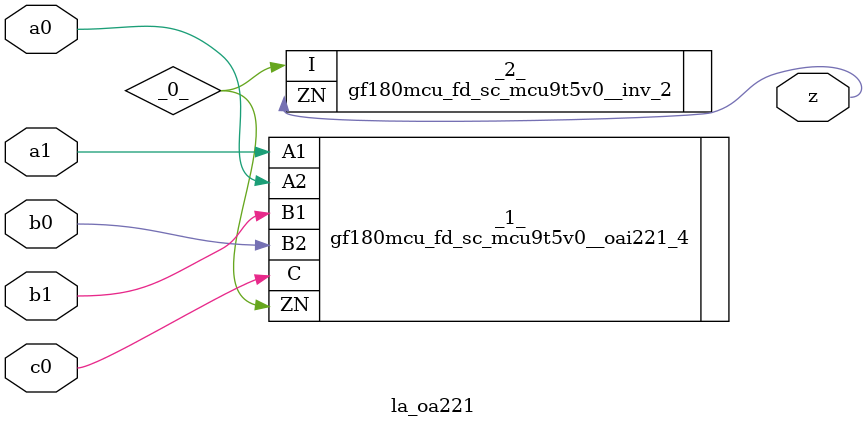
<source format=v>

/* Generated by Yosys 0.44 (git sha1 80ba43d26, g++ 11.4.0-1ubuntu1~22.04 -fPIC -O3) */

(* top =  1  *)
(* src = "inputs/la_oa221.v:10.1-23.10" *)
module la_oa221 (
    a0,
    a1,
    b0,
    b1,
    c0,
    z
);
  wire _0_;
  (* src = "inputs/la_oa221.v:13.12-13.14" *)
  input a0;
  wire a0;
  (* src = "inputs/la_oa221.v:14.12-14.14" *)
  input a1;
  wire a1;
  (* src = "inputs/la_oa221.v:15.12-15.14" *)
  input b0;
  wire b0;
  (* src = "inputs/la_oa221.v:16.12-16.14" *)
  input b1;
  wire b1;
  (* src = "inputs/la_oa221.v:17.12-17.14" *)
  input c0;
  wire c0;
  (* src = "inputs/la_oa221.v:18.12-18.13" *)
  output z;
  wire z;
  gf180mcu_fd_sc_mcu9t5v0__oai221_4 _1_ (
      .A1(a1),
      .A2(a0),
      .B1(b1),
      .B2(b0),
      .C (c0),
      .ZN(_0_)
  );
  gf180mcu_fd_sc_mcu9t5v0__inv_2 _2_ (
      .I (_0_),
      .ZN(z)
  );
endmodule

</source>
